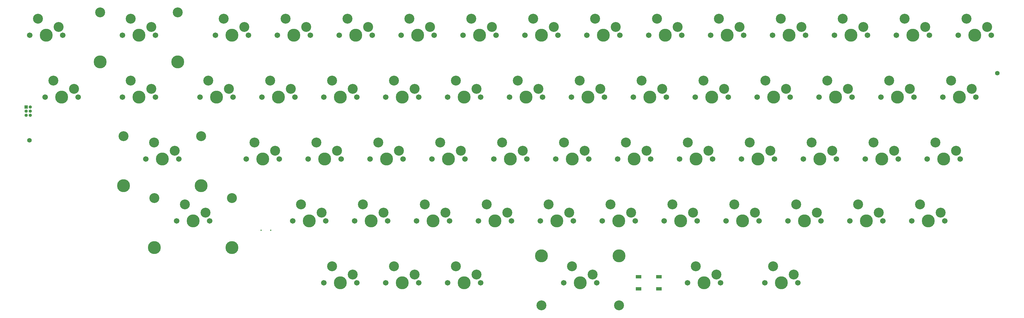
<source format=gbr>
%TF.GenerationSoftware,KiCad,Pcbnew,(6.0.7-1)-1*%
%TF.CreationDate,2022-10-07T20:49:55+02:00*%
%TF.ProjectId,hedgehog-lite,68656467-6568-46f6-972d-6c6974652e6b,rev?*%
%TF.SameCoordinates,Original*%
%TF.FileFunction,Soldermask,Bot*%
%TF.FilePolarity,Negative*%
%FSLAX46Y46*%
G04 Gerber Fmt 4.6, Leading zero omitted, Abs format (unit mm)*
G04 Created by KiCad (PCBNEW (6.0.7-1)-1) date 2022-10-07 20:49:55*
%MOMM*%
%LPD*%
G01*
G04 APERTURE LIST*
%ADD10C,3.987800*%
%ADD11C,3.048000*%
%ADD12C,1.701800*%
%ADD13O,1.000000X1.000000*%
%ADD14R,1.000000X1.000000*%
%ADD15C,1.400000*%
%ADD16C,0.450000*%
%ADD17R,1.700000X1.000000*%
G04 APERTURE END LIST*
D10*
%TO.C,K8*%
X-278288000Y-17655000D03*
X-266350000Y-9400000D03*
D11*
X-254412000Y-2415000D03*
D10*
X-254412000Y-17655000D03*
D12*
X-261270000Y-9400000D03*
D11*
X-262540000Y-6860000D03*
X-278288000Y-2415000D03*
X-268890000Y-4320000D03*
D12*
X-271430000Y-9400000D03*
%TD*%
D11*
%TO.C,K22*%
X-97440000Y-42420000D03*
D10*
X-94900000Y-47500000D03*
D12*
X-99980000Y-47500000D03*
X-89820000Y-47500000D03*
D11*
X-91090000Y-44960000D03*
%TD*%
D13*
%TO.C,J2*%
X-299871000Y-34030600D03*
X-301141000Y-34030600D03*
X-299871000Y-32760600D03*
X-301141000Y-32760600D03*
X-299871000Y-31490600D03*
D14*
X-301141000Y-31490600D03*
%TD*%
D12*
%TO.C,K70*%
X-33305000Y-9400000D03*
D10*
X-28225000Y-9400000D03*
D11*
X-24415000Y-6860000D03*
X-30765000Y-4320000D03*
D12*
X-23145000Y-9400000D03*
%TD*%
D15*
%TO.C,TH2*%
X-2215400Y-21109400D03*
%TD*%
D11*
%TO.C,K82*%
X-100615000Y-6860000D03*
X-106965000Y-4320000D03*
D10*
X-104425000Y-9400000D03*
D12*
X-99345000Y-9400000D03*
X-109505000Y-9400000D03*
%TD*%
D11*
%TO.C,K41*%
X-71246250Y-80520000D03*
D12*
X-63626250Y-85600000D03*
D11*
X-64896250Y-83060000D03*
D12*
X-73786250Y-85600000D03*
D10*
X-68706250Y-85600000D03*
%TD*%
D11*
%TO.C,K7*%
X-233965000Y-6860000D03*
D12*
X-242855000Y-9400000D03*
D10*
X-237775000Y-9400000D03*
D11*
X-240315000Y-4320000D03*
D12*
X-232695000Y-9400000D03*
%TD*%
D10*
%TO.C,K63*%
X-152050000Y-47500000D03*
D12*
X-157130000Y-47500000D03*
X-146970000Y-47500000D03*
D11*
X-154590000Y-42420000D03*
X-148240000Y-44960000D03*
%TD*%
D15*
%TO.C,TH1*%
X-300055800Y-41734200D03*
%TD*%
D12*
%TO.C,K32*%
X-104742500Y-66550000D03*
D11*
X-102202500Y-61470000D03*
X-95852500Y-64010000D03*
D12*
X-94582500Y-66550000D03*
D10*
X-99662500Y-66550000D03*
%TD*%
D12*
%TO.C,K10*%
X-8857500Y-28450000D03*
X-19017500Y-28450000D03*
D10*
X-13937500Y-28450000D03*
D11*
X-16477500Y-23370000D03*
X-10127500Y-25910000D03*
%TD*%
%TO.C,K11*%
X-48227500Y-25910000D03*
D12*
X-46957500Y-28450000D03*
D11*
X-54577500Y-23370000D03*
D10*
X-52037500Y-28450000D03*
D12*
X-57117500Y-28450000D03*
%TD*%
%TO.C,K27*%
X-254126250Y-47500000D03*
D10*
X-247268250Y-55755000D03*
X-259206250Y-47500000D03*
X-271144250Y-55755000D03*
D12*
X-264286250Y-47500000D03*
D11*
X-261746250Y-42420000D03*
X-255396250Y-44960000D03*
X-271144250Y-40515000D03*
X-247268250Y-40515000D03*
%TD*%
%TO.C,K42*%
X-88708750Y-83060000D03*
D12*
X-87438750Y-85600000D03*
D10*
X-92518750Y-85600000D03*
D11*
X-95058750Y-80520000D03*
D12*
X-97598750Y-85600000D03*
%TD*%
%TO.C,K45*%
X-180307500Y-85600000D03*
D11*
X-181577500Y-83060000D03*
D10*
X-185387500Y-85600000D03*
D11*
X-187927500Y-80520000D03*
D12*
X-190467500Y-85600000D03*
%TD*%
D11*
%TO.C,K12*%
X-92677500Y-23370000D03*
X-86327500Y-25910000D03*
D12*
X-95217500Y-28450000D03*
D10*
X-90137500Y-28450000D03*
D12*
X-85057500Y-28450000D03*
%TD*%
%TO.C,K72*%
X-104107500Y-28450000D03*
D11*
X-111727500Y-23370000D03*
D10*
X-109187500Y-28450000D03*
D11*
X-105377500Y-25910000D03*
D12*
X-114267500Y-28450000D03*
%TD*%
D11*
%TO.C,K34*%
X-172052500Y-64010000D03*
X-178402500Y-61470000D03*
D12*
X-180942500Y-66550000D03*
D10*
X-175862500Y-66550000D03*
D12*
X-170782500Y-66550000D03*
%TD*%
%TO.C,K13*%
X-133317500Y-28450000D03*
D11*
X-124427500Y-25910000D03*
D12*
X-123157500Y-28450000D03*
D10*
X-128237500Y-28450000D03*
D11*
X-130777500Y-23370000D03*
%TD*%
D10*
%TO.C,K73*%
X-147287500Y-28450000D03*
D12*
X-152367500Y-28450000D03*
X-142207500Y-28450000D03*
D11*
X-143477500Y-25910000D03*
X-149827500Y-23370000D03*
%TD*%
D12*
%TO.C,K81*%
X-61245000Y-9400000D03*
D11*
X-68865000Y-4320000D03*
D10*
X-66325000Y-9400000D03*
D12*
X-71405000Y-9400000D03*
D11*
X-62515000Y-6860000D03*
%TD*%
D12*
%TO.C,K74*%
X-190467500Y-28450000D03*
D11*
X-187927500Y-23370000D03*
X-181577500Y-25910000D03*
D10*
X-185387500Y-28450000D03*
D12*
X-180307500Y-28450000D03*
%TD*%
D10*
%TO.C,K40*%
X-42512500Y-66550000D03*
D11*
X-45052500Y-61470000D03*
D12*
X-37432500Y-66550000D03*
X-47592500Y-66550000D03*
D11*
X-38702500Y-64010000D03*
%TD*%
D12*
%TO.C,K52*%
X-113632500Y-66550000D03*
D11*
X-114902500Y-64010000D03*
D12*
X-123792500Y-66550000D03*
D10*
X-118712500Y-66550000D03*
D11*
X-121252500Y-61470000D03*
%TD*%
%TO.C,K16*%
X-226027500Y-23370000D03*
X-219677500Y-25910000D03*
D12*
X-228567500Y-28450000D03*
X-218407500Y-28450000D03*
D10*
X-223487500Y-28450000D03*
%TD*%
D11*
%TO.C,K60*%
X-35527500Y-23370000D03*
D12*
X-38067500Y-28450000D03*
D10*
X-32987500Y-28450000D03*
D12*
X-27907500Y-28450000D03*
D11*
X-29177500Y-25910000D03*
%TD*%
%TO.C,K23*%
X-129190000Y-44960000D03*
D12*
X-127920000Y-47500000D03*
D10*
X-133000000Y-47500000D03*
D12*
X-138080000Y-47500000D03*
D11*
X-135540000Y-42420000D03*
%TD*%
%TO.C,K24*%
X-167290000Y-44960000D03*
D12*
X-176180000Y-47500000D03*
X-166020000Y-47500000D03*
D11*
X-173640000Y-42420000D03*
D10*
X-171100000Y-47500000D03*
%TD*%
D11*
%TO.C,K43*%
X-142556750Y-92585000D03*
X-118680750Y-92585000D03*
D12*
X-135698750Y-85600000D03*
D10*
X-130618750Y-85600000D03*
D11*
X-126808750Y-83060000D03*
D10*
X-142556750Y-77345000D03*
X-118680750Y-77345000D03*
D11*
X-133158750Y-80520000D03*
D12*
X-125538750Y-85600000D03*
%TD*%
D11*
%TO.C,K3*%
X-126015000Y-4320000D03*
D12*
X-128555000Y-9400000D03*
X-118395000Y-9400000D03*
D11*
X-119665000Y-6860000D03*
D10*
X-123475000Y-9400000D03*
%TD*%
D12*
%TO.C,K83*%
X-147605000Y-9400000D03*
X-137445000Y-9400000D03*
D11*
X-138715000Y-6860000D03*
D10*
X-142525000Y-9400000D03*
D11*
X-145065000Y-4320000D03*
%TD*%
D12*
%TO.C,K61*%
X-80930000Y-47500000D03*
D10*
X-75850000Y-47500000D03*
D11*
X-72040000Y-44960000D03*
D12*
X-70770000Y-47500000D03*
D11*
X-78390000Y-42420000D03*
%TD*%
D12*
%TO.C,K30*%
X-28542500Y-66550000D03*
D10*
X-23462500Y-66550000D03*
D11*
X-19652500Y-64010000D03*
D12*
X-18382500Y-66550000D03*
D11*
X-26002500Y-61470000D03*
%TD*%
D10*
%TO.C,K31*%
X-61562500Y-66550000D03*
D12*
X-56482500Y-66550000D03*
D11*
X-64102500Y-61470000D03*
D12*
X-66642500Y-66550000D03*
D11*
X-57752500Y-64010000D03*
%TD*%
%TO.C,K46*%
X-206977500Y-80520000D03*
D10*
X-204437500Y-85600000D03*
D12*
X-209517500Y-85600000D03*
X-199357500Y-85600000D03*
D11*
X-200627500Y-83060000D03*
%TD*%
%TO.C,K36*%
X-261619250Y-59565000D03*
D10*
X-249681250Y-66550000D03*
D12*
X-254761250Y-66550000D03*
X-244601250Y-66550000D03*
D11*
X-245871250Y-64010000D03*
X-252221250Y-61470000D03*
D10*
X-261619250Y-74805000D03*
D11*
X-237743250Y-59565000D03*
D10*
X-237743250Y-74805000D03*
%TD*%
D11*
%TO.C,K2*%
X-87915000Y-4320000D03*
X-81565000Y-6860000D03*
D12*
X-90455000Y-9400000D03*
X-80295000Y-9400000D03*
D10*
X-85375000Y-9400000D03*
%TD*%
D11*
%TO.C,K1*%
X-43465000Y-6860000D03*
X-49815000Y-4320000D03*
D12*
X-42195000Y-9400000D03*
D10*
X-47275000Y-9400000D03*
D12*
X-52355000Y-9400000D03*
%TD*%
D11*
%TO.C,K26*%
X-224440000Y-44960000D03*
X-230790000Y-42420000D03*
D10*
X-228250000Y-47500000D03*
D12*
X-233330000Y-47500000D03*
X-223170000Y-47500000D03*
%TD*%
%TO.C,K44*%
X-161257500Y-85600000D03*
D10*
X-166337500Y-85600000D03*
D11*
X-162527500Y-83060000D03*
X-168877500Y-80520000D03*
D12*
X-171417500Y-85600000D03*
%TD*%
D11*
%TO.C,K38*%
X-292702500Y-23370000D03*
D10*
X-290162500Y-28450000D03*
D11*
X-286352500Y-25910000D03*
D12*
X-285082500Y-28450000D03*
X-295242500Y-28450000D03*
%TD*%
%TO.C,K54*%
X-199992500Y-66550000D03*
X-189832500Y-66550000D03*
D11*
X-191102500Y-64010000D03*
X-197452500Y-61470000D03*
D10*
X-194912500Y-66550000D03*
%TD*%
D12*
%TO.C,K51*%
X-75532500Y-66550000D03*
X-85692500Y-66550000D03*
D11*
X-76802500Y-64010000D03*
X-83152500Y-61470000D03*
D10*
X-80612500Y-66550000D03*
%TD*%
D11*
%TO.C,K53*%
X-159352500Y-61470000D03*
D12*
X-151732500Y-66550000D03*
D11*
X-153002500Y-64010000D03*
D10*
X-156812500Y-66550000D03*
D12*
X-161892500Y-66550000D03*
%TD*%
D11*
%TO.C,K88*%
X-291115000Y-6860000D03*
D10*
X-294925000Y-9400000D03*
D12*
X-289845000Y-9400000D03*
D11*
X-297465000Y-4320000D03*
D12*
X-300005000Y-9400000D03*
%TD*%
D11*
%TO.C,K21*%
X-59340000Y-42420000D03*
D12*
X-51720000Y-47500000D03*
X-61880000Y-47500000D03*
D11*
X-52990000Y-44960000D03*
D10*
X-56800000Y-47500000D03*
%TD*%
D12*
%TO.C,K15*%
X-199357500Y-28450000D03*
D11*
X-200627500Y-25910000D03*
X-206977500Y-23370000D03*
D10*
X-204437500Y-28450000D03*
D12*
X-209517500Y-28450000D03*
%TD*%
D11*
%TO.C,K64*%
X-192690000Y-42420000D03*
D12*
X-185070000Y-47500000D03*
X-195230000Y-47500000D03*
D10*
X-190150000Y-47500000D03*
D11*
X-186340000Y-44960000D03*
%TD*%
%TO.C,K6*%
X-221265000Y-4320000D03*
D10*
X-218725000Y-9400000D03*
D11*
X-214915000Y-6860000D03*
D12*
X-223805000Y-9400000D03*
X-213645000Y-9400000D03*
%TD*%
D11*
%TO.C,K33*%
X-140302500Y-61470000D03*
D12*
X-132682500Y-66550000D03*
D10*
X-137762500Y-66550000D03*
D12*
X-142842500Y-66550000D03*
D11*
X-133952500Y-64010000D03*
%TD*%
D12*
%TO.C,K35*%
X-219042500Y-66550000D03*
D10*
X-213962500Y-66550000D03*
D12*
X-208882500Y-66550000D03*
D11*
X-210152500Y-64010000D03*
X-216502500Y-61470000D03*
%TD*%
%TO.C,K18*%
X-262540000Y-25910000D03*
X-268890000Y-23370000D03*
D12*
X-271430000Y-28450000D03*
X-261270000Y-28450000D03*
D10*
X-266350000Y-28450000D03*
%TD*%
D11*
%TO.C,K14*%
X-168877500Y-23370000D03*
D12*
X-171417500Y-28450000D03*
D10*
X-166337500Y-28450000D03*
D11*
X-162527500Y-25910000D03*
D12*
X-161257500Y-28450000D03*
%TD*%
D16*
%TO.C,SW2*%
X-225837000Y-69407500D03*
X-228837000Y-69407500D03*
%TD*%
D12*
%TO.C,K62*%
X-119030000Y-47500000D03*
D11*
X-110140000Y-44960000D03*
X-116490000Y-42420000D03*
D12*
X-108870000Y-47500000D03*
D10*
X-113950000Y-47500000D03*
%TD*%
D11*
%TO.C,K5*%
X-195865000Y-6860000D03*
D12*
X-194595000Y-9400000D03*
D11*
X-202215000Y-4320000D03*
D10*
X-199675000Y-9400000D03*
D12*
X-204755000Y-9400000D03*
%TD*%
%TO.C,K4*%
X-156495000Y-9400000D03*
D10*
X-161575000Y-9400000D03*
D11*
X-164115000Y-4320000D03*
X-157765000Y-6860000D03*
D12*
X-166655000Y-9400000D03*
%TD*%
%TO.C,K17*%
X-247617500Y-28450000D03*
D10*
X-242537500Y-28450000D03*
D11*
X-238727500Y-25910000D03*
D12*
X-237457500Y-28450000D03*
D11*
X-245077500Y-23370000D03*
%TD*%
D12*
%TO.C,K50*%
X-32670000Y-47500000D03*
X-42830000Y-47500000D03*
D11*
X-33940000Y-44960000D03*
D10*
X-37750000Y-47500000D03*
D11*
X-40290000Y-42420000D03*
%TD*%
D10*
%TO.C,K84*%
X-180625000Y-9400000D03*
D11*
X-176815000Y-6860000D03*
D12*
X-185705000Y-9400000D03*
X-175545000Y-9400000D03*
D11*
X-183165000Y-4320000D03*
%TD*%
%TO.C,K25*%
X-205390000Y-44960000D03*
X-211740000Y-42420000D03*
D12*
X-204120000Y-47500000D03*
X-214280000Y-47500000D03*
D10*
X-209200000Y-47500000D03*
%TD*%
D11*
%TO.C,K71*%
X-73627500Y-23370000D03*
D12*
X-76167500Y-28450000D03*
X-66007500Y-28450000D03*
D11*
X-67277500Y-25910000D03*
D10*
X-71087500Y-28450000D03*
%TD*%
%TO.C,K0*%
X-9175000Y-9400000D03*
D12*
X-4095000Y-9400000D03*
X-14255000Y-9400000D03*
D11*
X-11715000Y-4320000D03*
X-5365000Y-6860000D03*
%TD*%
%TO.C,K20*%
X-21240000Y-42420000D03*
D12*
X-13620000Y-47500000D03*
X-23780000Y-47500000D03*
D11*
X-14890000Y-44960000D03*
D10*
X-18700000Y-47500000D03*
%TD*%
D17*
%TO.C,SW1*%
X-106355000Y-87500000D03*
X-112655000Y-87500000D03*
X-112655000Y-83700000D03*
X-106355000Y-83700000D03*
%TD*%
M02*

</source>
